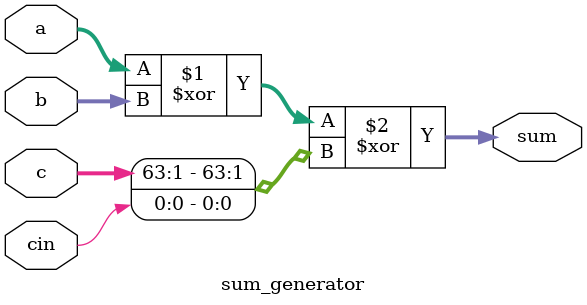
<source format=v>
module CLA_64bit(a, b, cin, sum);

    input [63:0] a,b;   // 64bit
    input cin;
    output [63:0] sum;

    wire [63:0] g,p;
    wire [63:1] c;
    wire [15:0] gG,gP;  // 4-bit LCU 產生的 group generate 與 group propagate
    wire [3:0] GG,GP;   // 16-bit LCU 產生的 group generate 與 group propagate
    
    //Write down your design here ---//
	
	  //generate g & p
      gp_generator gp_geneator1(a[3:0],b[3:0],g[3:0],p[3:0]);
      gp_generator gp_geneator2(a[7:4],b[7:4],g[7:4],p[7:4]);
      gp_generator gp_geneator3(a[11:8],b[11:8],g[11:8],p[11:8]);
      gp_generator gp_geneator4(a[15:12],b[15:12],g[15:12],p[15:12]);
      gp_generator gp_geneator5(a[19:16],b[19:16],g[19:16],p[19:16]);
      gp_generator gp_geneator6(a[23:20],b[23:20],g[23:20],p[23:20]);
      gp_generator gp_geneator7(a[27:24],b[27:24],g[27:24],p[27:24]);
      gp_generator gp_geneator8(a[31:28],b[31:28],g[31:28],p[31:28]);
      gp_generator gp_geneator9(a[35:32],b[35:32],g[35:32],p[35:32]);
      gp_generator gp_geneator10(a[39:36],b[39:36],g[39:36],p[39:36]);
      gp_generator gp_geneator11(a[43:40],b[43:40],g[43:40],p[43:40]);
      gp_generator gp_geneator12(a[47:44],b[47:44],g[47:44],p[47:44]);
      gp_generator gp_geneator13(a[51:48],b[51:48],g[51:48],p[51:48]);
      gp_generator gp_geneator14(a[55:52],b[55:52],g[55:52],p[55:52]);
      gp_generator gp_geneator15(a[59:56],b[59:56],g[59:56],p[59:56]);
      gp_generator gp_geneator16(a[63:60],b[63:60],g[63:60],p[63:60]);

		
	  // 4-bit Lookahead Carry Unit, generate gG & gP, generate carries
      carry_generator carry_geneator_c0(g[3:0],p[3:0],cin,c[3:1], gG[0], gP[0]);
      carry_generator carry_geneator_c1(g[7:4],p[7:4],c[4],c[7:5], gG[1], gP[1]);
      carry_generator carry_geneator_c2(g[11:8],p[11:8],c[8],c[11:9], gG[2], gP[2]);
      carry_generator carry_geneator_c3(g[15:12],p[15:12],c[12],c[15:13], gG[3], gP[3]);

      carry_generator carry_geneator_c5(g[19:16],p[19:16],c[16],c[19:17], gG[4], gP[4]);
      carry_generator carry_geneator_c6(g[23:20],p[23:20],c[20],c[23:21], gG[5], gP[5]);
      carry_generator carry_geneator_c7(g[27:24],p[27:24],c[24],c[27:25], gG[6], gP[6]);
      carry_generator carry_geneator_c8(g[31:28],p[31:28],c[28],c[31:29], gG[7], gP[7]);

      carry_generator carry_geneator_c10(g[35:32],p[35:32],c[32],c[35:33], gG[8], gP[8]);
      carry_generator carry_geneator_c11(g[39:36],p[39:36],c[36],c[39:37], gG[9], gP[9]);
      carry_generator carry_geneator_c12(g[43:40],p[43:40],c[40],c[43:41], gG[10], gP[10]);
      carry_generator carry_geneator_c13(g[47:44],p[47:44],c[44],c[47:45], gG[11], gP[11]);

      carry_generator carry_geneator_c15(g[51:48],p[51:48],c[48],c[51:49], gG[12], gP[12]);
      carry_generator carry_geneator_c16(g[55:52],p[55:52],c[52],c[55:53], gG[13], gP[13]);
      carry_generator carry_geneator_c17(g[59:56],p[59:56],c[56],c[59:57], gG[14], gP[14]);
      carry_generator carry_geneator_c18(g[63:60],p[63:60],c[60],c[63:61], gG[15], gP[15]);


	  // generate all carries
      // 16-bit LCU，使用 gG 和 gP 生成 c4, c8, c12...c60 與 GG, GP
      carry_generator carry_geneator_c4(gG[3:0],gP[3:0],cin,{c[12],c[8],c[4]},GG[0],GP[0]);
      carry_generator carry_geneator_c9(gG[7:4],gP[7:4],c[16],{c[28],c[24],c[20]},GG[1],GP[1]);
      carry_generator carry_geneator_c14(gG[11:8],gP[11:8],c[32],{c[44],c[40],c[36]},GG[2],GP[2]);
      carry_generator carry_geneator_c19(gG[15:12],gP[15:12],c[48],{c[60],c[56],c[52]},GG[3],GP[3]);

      // 使用 GG 和 GP 生成 c16, c32, c48 
      carry_generator carry_geneator_c20(GG[3:0],GP[3:0],cin,{c[48],c[32],c[16]}, , );
		
  		
	  //generate sum = a ^ b ^ c
      sum_generator geneate_sum(a[63:0],b[63:0],cin,c[63:1],sum[63:0]);  

    
    //-------------------------------//

endmodule

module gp_generator(a,b,g,p);

    input [3:0] a,b;
    output [3:0] g,p;

    assign g = a & b;
    assign p = a | b;

endmodule

module carry_generator(g,p,cin,c,gG,gP);

    input [3:0] g,p;
    input cin;
    output gG,gP;
    output [3:1] c;

    // creat gG(GG) and gP(GP)
	assign gG = g[3] | (p[3] & g[2]) | (p[3] & p[2] & g[1]) | (p[3] & p[2] & p[1] & g[0]);
	assign gP = p[3] & p[2] & p[1] & p[0];

    assign c[1] = g[0] | (p[0] & cin);
    assign c[2] = g[1] | (p[1] & g[0]) | (p[1] & p[0] & cin);
    assign c[3] = g[2] | (p[2] & g[1]) | (p[2] & p[1] & g[0]) | (p[2] & p[1] & p[0] & cin);

endmodule

module sum_generator(a,b,cin,c,sum);

    input [63:0] a,b;
    input cin;
    input [63:1] c;
    output [63:0] sum;
	

    assign sum = a ^ b ^ {c,cin};

endmodule
</source>
